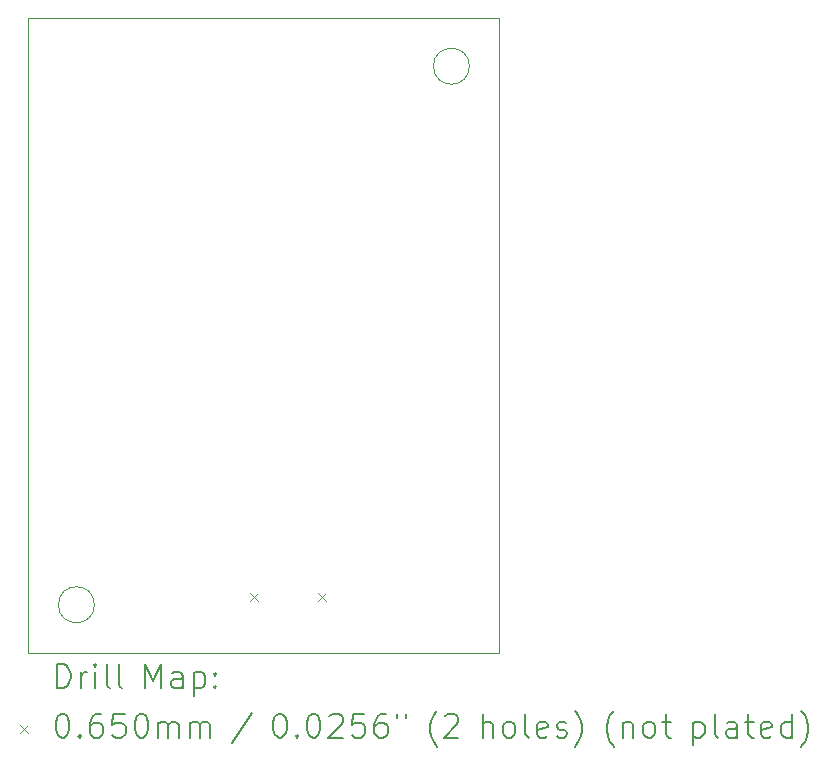
<source format=gbr>
%TF.GenerationSoftware,KiCad,Pcbnew,(7.0.0)*%
%TF.CreationDate,2023-02-28T10:18:38+08:00*%
%TF.ProjectId,ESP32_DK,45535033-325f-4444-9b2e-6b696361645f,rev?*%
%TF.SameCoordinates,Original*%
%TF.FileFunction,Drillmap*%
%TF.FilePolarity,Positive*%
%FSLAX45Y45*%
G04 Gerber Fmt 4.5, Leading zero omitted, Abs format (unit mm)*
G04 Created by KiCad (PCBNEW (7.0.0)) date 2023-02-28 10:18:38*
%MOMM*%
%LPD*%
G01*
G04 APERTURE LIST*
%ADD10C,0.100000*%
%ADD11C,0.200000*%
%ADD12C,0.065000*%
G04 APERTURE END LIST*
D10*
X5384800Y-17792700D02*
G75*
G03*
X5384800Y-17792700I-152400J0D01*
G01*
X8559800Y-13233400D02*
G75*
G03*
X8559800Y-13233400I-152400J0D01*
G01*
X4826000Y-12827000D02*
X8813800Y-12827000D01*
X8813800Y-12827000D02*
X8813800Y-18199100D01*
X8813800Y-18199100D02*
X4826000Y-18199100D01*
X4826000Y-18199100D02*
X4826000Y-12827000D01*
D11*
D12*
X6701600Y-17693100D02*
X6766600Y-17758100D01*
X6766600Y-17693100D02*
X6701600Y-17758100D01*
X7279600Y-17693100D02*
X7344600Y-17758100D01*
X7344600Y-17693100D02*
X7279600Y-17758100D01*
D11*
X5068619Y-18497576D02*
X5068619Y-18297576D01*
X5068619Y-18297576D02*
X5116238Y-18297576D01*
X5116238Y-18297576D02*
X5144810Y-18307100D01*
X5144810Y-18307100D02*
X5163857Y-18326148D01*
X5163857Y-18326148D02*
X5173381Y-18345195D01*
X5173381Y-18345195D02*
X5182905Y-18383290D01*
X5182905Y-18383290D02*
X5182905Y-18411862D01*
X5182905Y-18411862D02*
X5173381Y-18449957D01*
X5173381Y-18449957D02*
X5163857Y-18469005D01*
X5163857Y-18469005D02*
X5144810Y-18488052D01*
X5144810Y-18488052D02*
X5116238Y-18497576D01*
X5116238Y-18497576D02*
X5068619Y-18497576D01*
X5268619Y-18497576D02*
X5268619Y-18364243D01*
X5268619Y-18402338D02*
X5278143Y-18383290D01*
X5278143Y-18383290D02*
X5287667Y-18373767D01*
X5287667Y-18373767D02*
X5306714Y-18364243D01*
X5306714Y-18364243D02*
X5325762Y-18364243D01*
X5392429Y-18497576D02*
X5392429Y-18364243D01*
X5392429Y-18297576D02*
X5382905Y-18307100D01*
X5382905Y-18307100D02*
X5392429Y-18316624D01*
X5392429Y-18316624D02*
X5401952Y-18307100D01*
X5401952Y-18307100D02*
X5392429Y-18297576D01*
X5392429Y-18297576D02*
X5392429Y-18316624D01*
X5516238Y-18497576D02*
X5497190Y-18488052D01*
X5497190Y-18488052D02*
X5487667Y-18469005D01*
X5487667Y-18469005D02*
X5487667Y-18297576D01*
X5621000Y-18497576D02*
X5601952Y-18488052D01*
X5601952Y-18488052D02*
X5592428Y-18469005D01*
X5592428Y-18469005D02*
X5592428Y-18297576D01*
X5817190Y-18497576D02*
X5817190Y-18297576D01*
X5817190Y-18297576D02*
X5883857Y-18440433D01*
X5883857Y-18440433D02*
X5950524Y-18297576D01*
X5950524Y-18297576D02*
X5950524Y-18497576D01*
X6131476Y-18497576D02*
X6131476Y-18392814D01*
X6131476Y-18392814D02*
X6121952Y-18373767D01*
X6121952Y-18373767D02*
X6102905Y-18364243D01*
X6102905Y-18364243D02*
X6064809Y-18364243D01*
X6064809Y-18364243D02*
X6045762Y-18373767D01*
X6131476Y-18488052D02*
X6112428Y-18497576D01*
X6112428Y-18497576D02*
X6064809Y-18497576D01*
X6064809Y-18497576D02*
X6045762Y-18488052D01*
X6045762Y-18488052D02*
X6036238Y-18469005D01*
X6036238Y-18469005D02*
X6036238Y-18449957D01*
X6036238Y-18449957D02*
X6045762Y-18430910D01*
X6045762Y-18430910D02*
X6064809Y-18421386D01*
X6064809Y-18421386D02*
X6112428Y-18421386D01*
X6112428Y-18421386D02*
X6131476Y-18411862D01*
X6226714Y-18364243D02*
X6226714Y-18564243D01*
X6226714Y-18373767D02*
X6245762Y-18364243D01*
X6245762Y-18364243D02*
X6283857Y-18364243D01*
X6283857Y-18364243D02*
X6302905Y-18373767D01*
X6302905Y-18373767D02*
X6312428Y-18383290D01*
X6312428Y-18383290D02*
X6321952Y-18402338D01*
X6321952Y-18402338D02*
X6321952Y-18459481D01*
X6321952Y-18459481D02*
X6312428Y-18478529D01*
X6312428Y-18478529D02*
X6302905Y-18488052D01*
X6302905Y-18488052D02*
X6283857Y-18497576D01*
X6283857Y-18497576D02*
X6245762Y-18497576D01*
X6245762Y-18497576D02*
X6226714Y-18488052D01*
X6407667Y-18478529D02*
X6417190Y-18488052D01*
X6417190Y-18488052D02*
X6407667Y-18497576D01*
X6407667Y-18497576D02*
X6398143Y-18488052D01*
X6398143Y-18488052D02*
X6407667Y-18478529D01*
X6407667Y-18478529D02*
X6407667Y-18497576D01*
X6407667Y-18373767D02*
X6417190Y-18383290D01*
X6417190Y-18383290D02*
X6407667Y-18392814D01*
X6407667Y-18392814D02*
X6398143Y-18383290D01*
X6398143Y-18383290D02*
X6407667Y-18373767D01*
X6407667Y-18373767D02*
X6407667Y-18392814D01*
D12*
X4756000Y-18811600D02*
X4821000Y-18876600D01*
X4821000Y-18811600D02*
X4756000Y-18876600D01*
D11*
X5106714Y-18717576D02*
X5125762Y-18717576D01*
X5125762Y-18717576D02*
X5144810Y-18727100D01*
X5144810Y-18727100D02*
X5154333Y-18736624D01*
X5154333Y-18736624D02*
X5163857Y-18755671D01*
X5163857Y-18755671D02*
X5173381Y-18793767D01*
X5173381Y-18793767D02*
X5173381Y-18841386D01*
X5173381Y-18841386D02*
X5163857Y-18879481D01*
X5163857Y-18879481D02*
X5154333Y-18898529D01*
X5154333Y-18898529D02*
X5144810Y-18908052D01*
X5144810Y-18908052D02*
X5125762Y-18917576D01*
X5125762Y-18917576D02*
X5106714Y-18917576D01*
X5106714Y-18917576D02*
X5087667Y-18908052D01*
X5087667Y-18908052D02*
X5078143Y-18898529D01*
X5078143Y-18898529D02*
X5068619Y-18879481D01*
X5068619Y-18879481D02*
X5059095Y-18841386D01*
X5059095Y-18841386D02*
X5059095Y-18793767D01*
X5059095Y-18793767D02*
X5068619Y-18755671D01*
X5068619Y-18755671D02*
X5078143Y-18736624D01*
X5078143Y-18736624D02*
X5087667Y-18727100D01*
X5087667Y-18727100D02*
X5106714Y-18717576D01*
X5259095Y-18898529D02*
X5268619Y-18908052D01*
X5268619Y-18908052D02*
X5259095Y-18917576D01*
X5259095Y-18917576D02*
X5249571Y-18908052D01*
X5249571Y-18908052D02*
X5259095Y-18898529D01*
X5259095Y-18898529D02*
X5259095Y-18917576D01*
X5440048Y-18717576D02*
X5401952Y-18717576D01*
X5401952Y-18717576D02*
X5382905Y-18727100D01*
X5382905Y-18727100D02*
X5373381Y-18736624D01*
X5373381Y-18736624D02*
X5354333Y-18765195D01*
X5354333Y-18765195D02*
X5344810Y-18803290D01*
X5344810Y-18803290D02*
X5344810Y-18879481D01*
X5344810Y-18879481D02*
X5354333Y-18898529D01*
X5354333Y-18898529D02*
X5363857Y-18908052D01*
X5363857Y-18908052D02*
X5382905Y-18917576D01*
X5382905Y-18917576D02*
X5421000Y-18917576D01*
X5421000Y-18917576D02*
X5440048Y-18908052D01*
X5440048Y-18908052D02*
X5449571Y-18898529D01*
X5449571Y-18898529D02*
X5459095Y-18879481D01*
X5459095Y-18879481D02*
X5459095Y-18831862D01*
X5459095Y-18831862D02*
X5449571Y-18812814D01*
X5449571Y-18812814D02*
X5440048Y-18803290D01*
X5440048Y-18803290D02*
X5421000Y-18793767D01*
X5421000Y-18793767D02*
X5382905Y-18793767D01*
X5382905Y-18793767D02*
X5363857Y-18803290D01*
X5363857Y-18803290D02*
X5354333Y-18812814D01*
X5354333Y-18812814D02*
X5344810Y-18831862D01*
X5640048Y-18717576D02*
X5544810Y-18717576D01*
X5544810Y-18717576D02*
X5535286Y-18812814D01*
X5535286Y-18812814D02*
X5544810Y-18803290D01*
X5544810Y-18803290D02*
X5563857Y-18793767D01*
X5563857Y-18793767D02*
X5611476Y-18793767D01*
X5611476Y-18793767D02*
X5630524Y-18803290D01*
X5630524Y-18803290D02*
X5640048Y-18812814D01*
X5640048Y-18812814D02*
X5649571Y-18831862D01*
X5649571Y-18831862D02*
X5649571Y-18879481D01*
X5649571Y-18879481D02*
X5640048Y-18898529D01*
X5640048Y-18898529D02*
X5630524Y-18908052D01*
X5630524Y-18908052D02*
X5611476Y-18917576D01*
X5611476Y-18917576D02*
X5563857Y-18917576D01*
X5563857Y-18917576D02*
X5544810Y-18908052D01*
X5544810Y-18908052D02*
X5535286Y-18898529D01*
X5773381Y-18717576D02*
X5792429Y-18717576D01*
X5792429Y-18717576D02*
X5811476Y-18727100D01*
X5811476Y-18727100D02*
X5821000Y-18736624D01*
X5821000Y-18736624D02*
X5830524Y-18755671D01*
X5830524Y-18755671D02*
X5840048Y-18793767D01*
X5840048Y-18793767D02*
X5840048Y-18841386D01*
X5840048Y-18841386D02*
X5830524Y-18879481D01*
X5830524Y-18879481D02*
X5821000Y-18898529D01*
X5821000Y-18898529D02*
X5811476Y-18908052D01*
X5811476Y-18908052D02*
X5792429Y-18917576D01*
X5792429Y-18917576D02*
X5773381Y-18917576D01*
X5773381Y-18917576D02*
X5754333Y-18908052D01*
X5754333Y-18908052D02*
X5744809Y-18898529D01*
X5744809Y-18898529D02*
X5735286Y-18879481D01*
X5735286Y-18879481D02*
X5725762Y-18841386D01*
X5725762Y-18841386D02*
X5725762Y-18793767D01*
X5725762Y-18793767D02*
X5735286Y-18755671D01*
X5735286Y-18755671D02*
X5744809Y-18736624D01*
X5744809Y-18736624D02*
X5754333Y-18727100D01*
X5754333Y-18727100D02*
X5773381Y-18717576D01*
X5925762Y-18917576D02*
X5925762Y-18784243D01*
X5925762Y-18803290D02*
X5935286Y-18793767D01*
X5935286Y-18793767D02*
X5954333Y-18784243D01*
X5954333Y-18784243D02*
X5982905Y-18784243D01*
X5982905Y-18784243D02*
X6001952Y-18793767D01*
X6001952Y-18793767D02*
X6011476Y-18812814D01*
X6011476Y-18812814D02*
X6011476Y-18917576D01*
X6011476Y-18812814D02*
X6021000Y-18793767D01*
X6021000Y-18793767D02*
X6040048Y-18784243D01*
X6040048Y-18784243D02*
X6068619Y-18784243D01*
X6068619Y-18784243D02*
X6087667Y-18793767D01*
X6087667Y-18793767D02*
X6097190Y-18812814D01*
X6097190Y-18812814D02*
X6097190Y-18917576D01*
X6192429Y-18917576D02*
X6192429Y-18784243D01*
X6192429Y-18803290D02*
X6201952Y-18793767D01*
X6201952Y-18793767D02*
X6221000Y-18784243D01*
X6221000Y-18784243D02*
X6249571Y-18784243D01*
X6249571Y-18784243D02*
X6268619Y-18793767D01*
X6268619Y-18793767D02*
X6278143Y-18812814D01*
X6278143Y-18812814D02*
X6278143Y-18917576D01*
X6278143Y-18812814D02*
X6287667Y-18793767D01*
X6287667Y-18793767D02*
X6306714Y-18784243D01*
X6306714Y-18784243D02*
X6335286Y-18784243D01*
X6335286Y-18784243D02*
X6354333Y-18793767D01*
X6354333Y-18793767D02*
X6363857Y-18812814D01*
X6363857Y-18812814D02*
X6363857Y-18917576D01*
X6721952Y-18708052D02*
X6550524Y-18965195D01*
X6946714Y-18717576D02*
X6965762Y-18717576D01*
X6965762Y-18717576D02*
X6984810Y-18727100D01*
X6984810Y-18727100D02*
X6994333Y-18736624D01*
X6994333Y-18736624D02*
X7003857Y-18755671D01*
X7003857Y-18755671D02*
X7013381Y-18793767D01*
X7013381Y-18793767D02*
X7013381Y-18841386D01*
X7013381Y-18841386D02*
X7003857Y-18879481D01*
X7003857Y-18879481D02*
X6994333Y-18898529D01*
X6994333Y-18898529D02*
X6984810Y-18908052D01*
X6984810Y-18908052D02*
X6965762Y-18917576D01*
X6965762Y-18917576D02*
X6946714Y-18917576D01*
X6946714Y-18917576D02*
X6927667Y-18908052D01*
X6927667Y-18908052D02*
X6918143Y-18898529D01*
X6918143Y-18898529D02*
X6908619Y-18879481D01*
X6908619Y-18879481D02*
X6899095Y-18841386D01*
X6899095Y-18841386D02*
X6899095Y-18793767D01*
X6899095Y-18793767D02*
X6908619Y-18755671D01*
X6908619Y-18755671D02*
X6918143Y-18736624D01*
X6918143Y-18736624D02*
X6927667Y-18727100D01*
X6927667Y-18727100D02*
X6946714Y-18717576D01*
X7099095Y-18898529D02*
X7108619Y-18908052D01*
X7108619Y-18908052D02*
X7099095Y-18917576D01*
X7099095Y-18917576D02*
X7089571Y-18908052D01*
X7089571Y-18908052D02*
X7099095Y-18898529D01*
X7099095Y-18898529D02*
X7099095Y-18917576D01*
X7232429Y-18717576D02*
X7251476Y-18717576D01*
X7251476Y-18717576D02*
X7270524Y-18727100D01*
X7270524Y-18727100D02*
X7280048Y-18736624D01*
X7280048Y-18736624D02*
X7289571Y-18755671D01*
X7289571Y-18755671D02*
X7299095Y-18793767D01*
X7299095Y-18793767D02*
X7299095Y-18841386D01*
X7299095Y-18841386D02*
X7289571Y-18879481D01*
X7289571Y-18879481D02*
X7280048Y-18898529D01*
X7280048Y-18898529D02*
X7270524Y-18908052D01*
X7270524Y-18908052D02*
X7251476Y-18917576D01*
X7251476Y-18917576D02*
X7232429Y-18917576D01*
X7232429Y-18917576D02*
X7213381Y-18908052D01*
X7213381Y-18908052D02*
X7203857Y-18898529D01*
X7203857Y-18898529D02*
X7194333Y-18879481D01*
X7194333Y-18879481D02*
X7184810Y-18841386D01*
X7184810Y-18841386D02*
X7184810Y-18793767D01*
X7184810Y-18793767D02*
X7194333Y-18755671D01*
X7194333Y-18755671D02*
X7203857Y-18736624D01*
X7203857Y-18736624D02*
X7213381Y-18727100D01*
X7213381Y-18727100D02*
X7232429Y-18717576D01*
X7375286Y-18736624D02*
X7384810Y-18727100D01*
X7384810Y-18727100D02*
X7403857Y-18717576D01*
X7403857Y-18717576D02*
X7451476Y-18717576D01*
X7451476Y-18717576D02*
X7470524Y-18727100D01*
X7470524Y-18727100D02*
X7480048Y-18736624D01*
X7480048Y-18736624D02*
X7489571Y-18755671D01*
X7489571Y-18755671D02*
X7489571Y-18774719D01*
X7489571Y-18774719D02*
X7480048Y-18803290D01*
X7480048Y-18803290D02*
X7365762Y-18917576D01*
X7365762Y-18917576D02*
X7489571Y-18917576D01*
X7670524Y-18717576D02*
X7575286Y-18717576D01*
X7575286Y-18717576D02*
X7565762Y-18812814D01*
X7565762Y-18812814D02*
X7575286Y-18803290D01*
X7575286Y-18803290D02*
X7594333Y-18793767D01*
X7594333Y-18793767D02*
X7641952Y-18793767D01*
X7641952Y-18793767D02*
X7661000Y-18803290D01*
X7661000Y-18803290D02*
X7670524Y-18812814D01*
X7670524Y-18812814D02*
X7680048Y-18831862D01*
X7680048Y-18831862D02*
X7680048Y-18879481D01*
X7680048Y-18879481D02*
X7670524Y-18898529D01*
X7670524Y-18898529D02*
X7661000Y-18908052D01*
X7661000Y-18908052D02*
X7641952Y-18917576D01*
X7641952Y-18917576D02*
X7594333Y-18917576D01*
X7594333Y-18917576D02*
X7575286Y-18908052D01*
X7575286Y-18908052D02*
X7565762Y-18898529D01*
X7851476Y-18717576D02*
X7813381Y-18717576D01*
X7813381Y-18717576D02*
X7794333Y-18727100D01*
X7794333Y-18727100D02*
X7784810Y-18736624D01*
X7784810Y-18736624D02*
X7765762Y-18765195D01*
X7765762Y-18765195D02*
X7756238Y-18803290D01*
X7756238Y-18803290D02*
X7756238Y-18879481D01*
X7756238Y-18879481D02*
X7765762Y-18898529D01*
X7765762Y-18898529D02*
X7775286Y-18908052D01*
X7775286Y-18908052D02*
X7794333Y-18917576D01*
X7794333Y-18917576D02*
X7832429Y-18917576D01*
X7832429Y-18917576D02*
X7851476Y-18908052D01*
X7851476Y-18908052D02*
X7861000Y-18898529D01*
X7861000Y-18898529D02*
X7870524Y-18879481D01*
X7870524Y-18879481D02*
X7870524Y-18831862D01*
X7870524Y-18831862D02*
X7861000Y-18812814D01*
X7861000Y-18812814D02*
X7851476Y-18803290D01*
X7851476Y-18803290D02*
X7832429Y-18793767D01*
X7832429Y-18793767D02*
X7794333Y-18793767D01*
X7794333Y-18793767D02*
X7775286Y-18803290D01*
X7775286Y-18803290D02*
X7765762Y-18812814D01*
X7765762Y-18812814D02*
X7756238Y-18831862D01*
X7946714Y-18717576D02*
X7946714Y-18755671D01*
X8022905Y-18717576D02*
X8022905Y-18755671D01*
X8285762Y-18993767D02*
X8276238Y-18984243D01*
X8276238Y-18984243D02*
X8257191Y-18955671D01*
X8257191Y-18955671D02*
X8247667Y-18936624D01*
X8247667Y-18936624D02*
X8238143Y-18908052D01*
X8238143Y-18908052D02*
X8228619Y-18860433D01*
X8228619Y-18860433D02*
X8228619Y-18822338D01*
X8228619Y-18822338D02*
X8238143Y-18774719D01*
X8238143Y-18774719D02*
X8247667Y-18746148D01*
X8247667Y-18746148D02*
X8257191Y-18727100D01*
X8257191Y-18727100D02*
X8276238Y-18698529D01*
X8276238Y-18698529D02*
X8285762Y-18689005D01*
X8352429Y-18736624D02*
X8361952Y-18727100D01*
X8361952Y-18727100D02*
X8381000Y-18717576D01*
X8381000Y-18717576D02*
X8428619Y-18717576D01*
X8428619Y-18717576D02*
X8447667Y-18727100D01*
X8447667Y-18727100D02*
X8457191Y-18736624D01*
X8457191Y-18736624D02*
X8466714Y-18755671D01*
X8466714Y-18755671D02*
X8466714Y-18774719D01*
X8466714Y-18774719D02*
X8457191Y-18803290D01*
X8457191Y-18803290D02*
X8342905Y-18917576D01*
X8342905Y-18917576D02*
X8466714Y-18917576D01*
X8672429Y-18917576D02*
X8672429Y-18717576D01*
X8758143Y-18917576D02*
X8758143Y-18812814D01*
X8758143Y-18812814D02*
X8748619Y-18793767D01*
X8748619Y-18793767D02*
X8729572Y-18784243D01*
X8729572Y-18784243D02*
X8701000Y-18784243D01*
X8701000Y-18784243D02*
X8681953Y-18793767D01*
X8681953Y-18793767D02*
X8672429Y-18803290D01*
X8881953Y-18917576D02*
X8862905Y-18908052D01*
X8862905Y-18908052D02*
X8853381Y-18898529D01*
X8853381Y-18898529D02*
X8843857Y-18879481D01*
X8843857Y-18879481D02*
X8843857Y-18822338D01*
X8843857Y-18822338D02*
X8853381Y-18803290D01*
X8853381Y-18803290D02*
X8862905Y-18793767D01*
X8862905Y-18793767D02*
X8881953Y-18784243D01*
X8881953Y-18784243D02*
X8910524Y-18784243D01*
X8910524Y-18784243D02*
X8929572Y-18793767D01*
X8929572Y-18793767D02*
X8939095Y-18803290D01*
X8939095Y-18803290D02*
X8948619Y-18822338D01*
X8948619Y-18822338D02*
X8948619Y-18879481D01*
X8948619Y-18879481D02*
X8939095Y-18898529D01*
X8939095Y-18898529D02*
X8929572Y-18908052D01*
X8929572Y-18908052D02*
X8910524Y-18917576D01*
X8910524Y-18917576D02*
X8881953Y-18917576D01*
X9062905Y-18917576D02*
X9043857Y-18908052D01*
X9043857Y-18908052D02*
X9034334Y-18889005D01*
X9034334Y-18889005D02*
X9034334Y-18717576D01*
X9215286Y-18908052D02*
X9196238Y-18917576D01*
X9196238Y-18917576D02*
X9158143Y-18917576D01*
X9158143Y-18917576D02*
X9139095Y-18908052D01*
X9139095Y-18908052D02*
X9129572Y-18889005D01*
X9129572Y-18889005D02*
X9129572Y-18812814D01*
X9129572Y-18812814D02*
X9139095Y-18793767D01*
X9139095Y-18793767D02*
X9158143Y-18784243D01*
X9158143Y-18784243D02*
X9196238Y-18784243D01*
X9196238Y-18784243D02*
X9215286Y-18793767D01*
X9215286Y-18793767D02*
X9224810Y-18812814D01*
X9224810Y-18812814D02*
X9224810Y-18831862D01*
X9224810Y-18831862D02*
X9129572Y-18850910D01*
X9301000Y-18908052D02*
X9320048Y-18917576D01*
X9320048Y-18917576D02*
X9358143Y-18917576D01*
X9358143Y-18917576D02*
X9377191Y-18908052D01*
X9377191Y-18908052D02*
X9386715Y-18889005D01*
X9386715Y-18889005D02*
X9386715Y-18879481D01*
X9386715Y-18879481D02*
X9377191Y-18860433D01*
X9377191Y-18860433D02*
X9358143Y-18850910D01*
X9358143Y-18850910D02*
X9329572Y-18850910D01*
X9329572Y-18850910D02*
X9310524Y-18841386D01*
X9310524Y-18841386D02*
X9301000Y-18822338D01*
X9301000Y-18822338D02*
X9301000Y-18812814D01*
X9301000Y-18812814D02*
X9310524Y-18793767D01*
X9310524Y-18793767D02*
X9329572Y-18784243D01*
X9329572Y-18784243D02*
X9358143Y-18784243D01*
X9358143Y-18784243D02*
X9377191Y-18793767D01*
X9453381Y-18993767D02*
X9462905Y-18984243D01*
X9462905Y-18984243D02*
X9481953Y-18955671D01*
X9481953Y-18955671D02*
X9491476Y-18936624D01*
X9491476Y-18936624D02*
X9501000Y-18908052D01*
X9501000Y-18908052D02*
X9510524Y-18860433D01*
X9510524Y-18860433D02*
X9510524Y-18822338D01*
X9510524Y-18822338D02*
X9501000Y-18774719D01*
X9501000Y-18774719D02*
X9491476Y-18746148D01*
X9491476Y-18746148D02*
X9481953Y-18727100D01*
X9481953Y-18727100D02*
X9462905Y-18698529D01*
X9462905Y-18698529D02*
X9453381Y-18689005D01*
X9782905Y-18993767D02*
X9773381Y-18984243D01*
X9773381Y-18984243D02*
X9754334Y-18955671D01*
X9754334Y-18955671D02*
X9744810Y-18936624D01*
X9744810Y-18936624D02*
X9735286Y-18908052D01*
X9735286Y-18908052D02*
X9725762Y-18860433D01*
X9725762Y-18860433D02*
X9725762Y-18822338D01*
X9725762Y-18822338D02*
X9735286Y-18774719D01*
X9735286Y-18774719D02*
X9744810Y-18746148D01*
X9744810Y-18746148D02*
X9754334Y-18727100D01*
X9754334Y-18727100D02*
X9773381Y-18698529D01*
X9773381Y-18698529D02*
X9782905Y-18689005D01*
X9859095Y-18784243D02*
X9859095Y-18917576D01*
X9859095Y-18803290D02*
X9868619Y-18793767D01*
X9868619Y-18793767D02*
X9887667Y-18784243D01*
X9887667Y-18784243D02*
X9916238Y-18784243D01*
X9916238Y-18784243D02*
X9935286Y-18793767D01*
X9935286Y-18793767D02*
X9944810Y-18812814D01*
X9944810Y-18812814D02*
X9944810Y-18917576D01*
X10068619Y-18917576D02*
X10049572Y-18908052D01*
X10049572Y-18908052D02*
X10040048Y-18898529D01*
X10040048Y-18898529D02*
X10030524Y-18879481D01*
X10030524Y-18879481D02*
X10030524Y-18822338D01*
X10030524Y-18822338D02*
X10040048Y-18803290D01*
X10040048Y-18803290D02*
X10049572Y-18793767D01*
X10049572Y-18793767D02*
X10068619Y-18784243D01*
X10068619Y-18784243D02*
X10097191Y-18784243D01*
X10097191Y-18784243D02*
X10116238Y-18793767D01*
X10116238Y-18793767D02*
X10125762Y-18803290D01*
X10125762Y-18803290D02*
X10135286Y-18822338D01*
X10135286Y-18822338D02*
X10135286Y-18879481D01*
X10135286Y-18879481D02*
X10125762Y-18898529D01*
X10125762Y-18898529D02*
X10116238Y-18908052D01*
X10116238Y-18908052D02*
X10097191Y-18917576D01*
X10097191Y-18917576D02*
X10068619Y-18917576D01*
X10192429Y-18784243D02*
X10268619Y-18784243D01*
X10221000Y-18717576D02*
X10221000Y-18889005D01*
X10221000Y-18889005D02*
X10230524Y-18908052D01*
X10230524Y-18908052D02*
X10249572Y-18917576D01*
X10249572Y-18917576D02*
X10268619Y-18917576D01*
X10455286Y-18784243D02*
X10455286Y-18984243D01*
X10455286Y-18793767D02*
X10474334Y-18784243D01*
X10474334Y-18784243D02*
X10512429Y-18784243D01*
X10512429Y-18784243D02*
X10531476Y-18793767D01*
X10531476Y-18793767D02*
X10541000Y-18803290D01*
X10541000Y-18803290D02*
X10550524Y-18822338D01*
X10550524Y-18822338D02*
X10550524Y-18879481D01*
X10550524Y-18879481D02*
X10541000Y-18898529D01*
X10541000Y-18898529D02*
X10531476Y-18908052D01*
X10531476Y-18908052D02*
X10512429Y-18917576D01*
X10512429Y-18917576D02*
X10474334Y-18917576D01*
X10474334Y-18917576D02*
X10455286Y-18908052D01*
X10664810Y-18917576D02*
X10645762Y-18908052D01*
X10645762Y-18908052D02*
X10636238Y-18889005D01*
X10636238Y-18889005D02*
X10636238Y-18717576D01*
X10826715Y-18917576D02*
X10826715Y-18812814D01*
X10826715Y-18812814D02*
X10817191Y-18793767D01*
X10817191Y-18793767D02*
X10798143Y-18784243D01*
X10798143Y-18784243D02*
X10760048Y-18784243D01*
X10760048Y-18784243D02*
X10741000Y-18793767D01*
X10826715Y-18908052D02*
X10807667Y-18917576D01*
X10807667Y-18917576D02*
X10760048Y-18917576D01*
X10760048Y-18917576D02*
X10741000Y-18908052D01*
X10741000Y-18908052D02*
X10731476Y-18889005D01*
X10731476Y-18889005D02*
X10731476Y-18869957D01*
X10731476Y-18869957D02*
X10741000Y-18850910D01*
X10741000Y-18850910D02*
X10760048Y-18841386D01*
X10760048Y-18841386D02*
X10807667Y-18841386D01*
X10807667Y-18841386D02*
X10826715Y-18831862D01*
X10893381Y-18784243D02*
X10969572Y-18784243D01*
X10921953Y-18717576D02*
X10921953Y-18889005D01*
X10921953Y-18889005D02*
X10931476Y-18908052D01*
X10931476Y-18908052D02*
X10950524Y-18917576D01*
X10950524Y-18917576D02*
X10969572Y-18917576D01*
X11112429Y-18908052D02*
X11093381Y-18917576D01*
X11093381Y-18917576D02*
X11055286Y-18917576D01*
X11055286Y-18917576D02*
X11036238Y-18908052D01*
X11036238Y-18908052D02*
X11026715Y-18889005D01*
X11026715Y-18889005D02*
X11026715Y-18812814D01*
X11026715Y-18812814D02*
X11036238Y-18793767D01*
X11036238Y-18793767D02*
X11055286Y-18784243D01*
X11055286Y-18784243D02*
X11093381Y-18784243D01*
X11093381Y-18784243D02*
X11112429Y-18793767D01*
X11112429Y-18793767D02*
X11121953Y-18812814D01*
X11121953Y-18812814D02*
X11121953Y-18831862D01*
X11121953Y-18831862D02*
X11026715Y-18850910D01*
X11293381Y-18917576D02*
X11293381Y-18717576D01*
X11293381Y-18908052D02*
X11274334Y-18917576D01*
X11274334Y-18917576D02*
X11236238Y-18917576D01*
X11236238Y-18917576D02*
X11217191Y-18908052D01*
X11217191Y-18908052D02*
X11207667Y-18898529D01*
X11207667Y-18898529D02*
X11198143Y-18879481D01*
X11198143Y-18879481D02*
X11198143Y-18822338D01*
X11198143Y-18822338D02*
X11207667Y-18803290D01*
X11207667Y-18803290D02*
X11217191Y-18793767D01*
X11217191Y-18793767D02*
X11236238Y-18784243D01*
X11236238Y-18784243D02*
X11274334Y-18784243D01*
X11274334Y-18784243D02*
X11293381Y-18793767D01*
X11369572Y-18993767D02*
X11379095Y-18984243D01*
X11379095Y-18984243D02*
X11398143Y-18955671D01*
X11398143Y-18955671D02*
X11407667Y-18936624D01*
X11407667Y-18936624D02*
X11417191Y-18908052D01*
X11417191Y-18908052D02*
X11426714Y-18860433D01*
X11426714Y-18860433D02*
X11426714Y-18822338D01*
X11426714Y-18822338D02*
X11417191Y-18774719D01*
X11417191Y-18774719D02*
X11407667Y-18746148D01*
X11407667Y-18746148D02*
X11398143Y-18727100D01*
X11398143Y-18727100D02*
X11379095Y-18698529D01*
X11379095Y-18698529D02*
X11369572Y-18689005D01*
M02*

</source>
